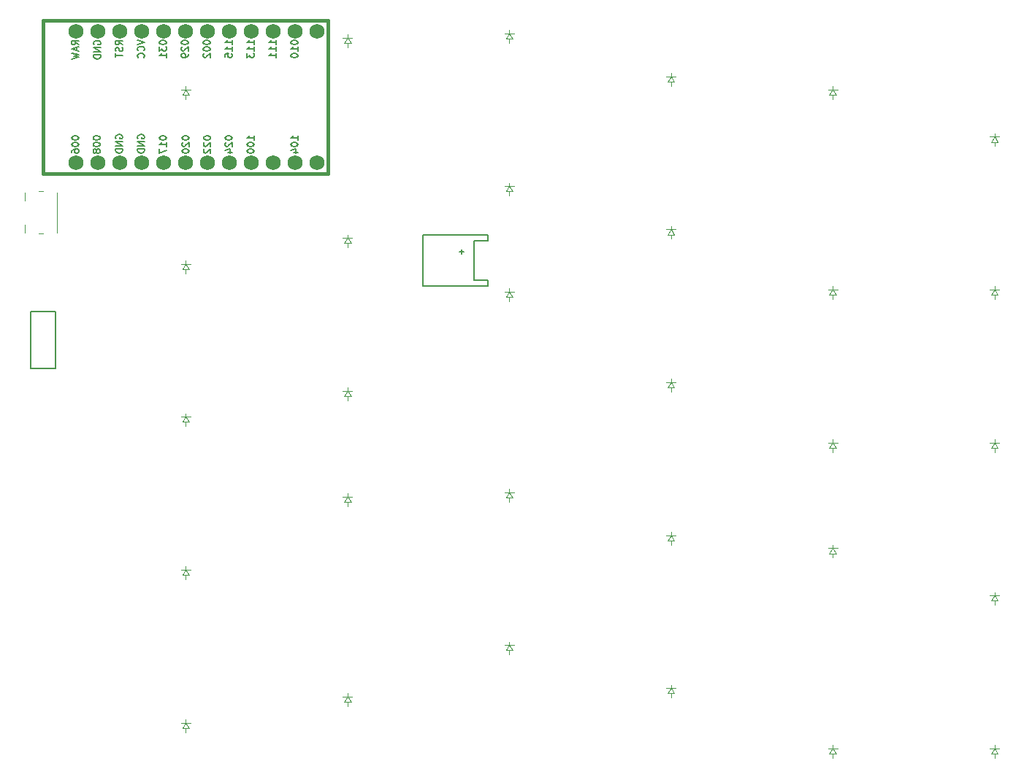
<source format=gbr>
%TF.GenerationSoftware,KiCad,Pcbnew,7.0.8*%
%TF.CreationDate,2024-07-17T12:43:32-03:00*%
%TF.ProjectId,right,72696768-742e-46b6-9963-61645f706362,v1.0.0*%
%TF.SameCoordinates,Original*%
%TF.FileFunction,Legend,Bot*%
%TF.FilePolarity,Positive*%
%FSLAX46Y46*%
G04 Gerber Fmt 4.6, Leading zero omitted, Abs format (unit mm)*
G04 Created by KiCad (PCBNEW 7.0.8) date 2024-07-17 12:43:32*
%MOMM*%
%LPD*%
G01*
G04 APERTURE LIST*
%ADD10C,0.150000*%
%ADD11C,0.100000*%
%ADD12C,0.120000*%
%ADD13C,0.381000*%
%ADD14C,1.752600*%
G04 APERTURE END LIST*
D10*
X266122295Y-82237190D02*
X266122295Y-82313380D01*
X266122295Y-82313380D02*
X266160390Y-82389571D01*
X266160390Y-82389571D02*
X266198485Y-82427666D01*
X266198485Y-82427666D02*
X266274676Y-82465761D01*
X266274676Y-82465761D02*
X266427057Y-82503856D01*
X266427057Y-82503856D02*
X266617533Y-82503856D01*
X266617533Y-82503856D02*
X266769914Y-82465761D01*
X266769914Y-82465761D02*
X266846104Y-82427666D01*
X266846104Y-82427666D02*
X266884200Y-82389571D01*
X266884200Y-82389571D02*
X266922295Y-82313380D01*
X266922295Y-82313380D02*
X266922295Y-82237190D01*
X266922295Y-82237190D02*
X266884200Y-82160999D01*
X266884200Y-82160999D02*
X266846104Y-82122904D01*
X266846104Y-82122904D02*
X266769914Y-82084809D01*
X266769914Y-82084809D02*
X266617533Y-82046713D01*
X266617533Y-82046713D02*
X266427057Y-82046713D01*
X266427057Y-82046713D02*
X266274676Y-82084809D01*
X266274676Y-82084809D02*
X266198485Y-82122904D01*
X266198485Y-82122904D02*
X266160390Y-82160999D01*
X266160390Y-82160999D02*
X266122295Y-82237190D01*
X266198485Y-82808618D02*
X266160390Y-82846714D01*
X266160390Y-82846714D02*
X266122295Y-82922904D01*
X266122295Y-82922904D02*
X266122295Y-83113380D01*
X266122295Y-83113380D02*
X266160390Y-83189571D01*
X266160390Y-83189571D02*
X266198485Y-83227666D01*
X266198485Y-83227666D02*
X266274676Y-83265761D01*
X266274676Y-83265761D02*
X266350866Y-83265761D01*
X266350866Y-83265761D02*
X266465152Y-83227666D01*
X266465152Y-83227666D02*
X266922295Y-82770523D01*
X266922295Y-82770523D02*
X266922295Y-83265761D01*
X266388961Y-83951476D02*
X266922295Y-83951476D01*
X266084200Y-83761000D02*
X266655628Y-83570523D01*
X266655628Y-83570523D02*
X266655628Y-84065762D01*
X256000390Y-82351476D02*
X255962295Y-82275286D01*
X255962295Y-82275286D02*
X255962295Y-82161000D01*
X255962295Y-82161000D02*
X256000390Y-82046714D01*
X256000390Y-82046714D02*
X256076580Y-81970524D01*
X256076580Y-81970524D02*
X256152771Y-81932429D01*
X256152771Y-81932429D02*
X256305152Y-81894333D01*
X256305152Y-81894333D02*
X256419438Y-81894333D01*
X256419438Y-81894333D02*
X256571819Y-81932429D01*
X256571819Y-81932429D02*
X256648009Y-81970524D01*
X256648009Y-81970524D02*
X256724200Y-82046714D01*
X256724200Y-82046714D02*
X256762295Y-82161000D01*
X256762295Y-82161000D02*
X256762295Y-82237191D01*
X256762295Y-82237191D02*
X256724200Y-82351476D01*
X256724200Y-82351476D02*
X256686104Y-82389572D01*
X256686104Y-82389572D02*
X256419438Y-82389572D01*
X256419438Y-82389572D02*
X256419438Y-82237191D01*
X256762295Y-82732429D02*
X255962295Y-82732429D01*
X255962295Y-82732429D02*
X256762295Y-83189572D01*
X256762295Y-83189572D02*
X255962295Y-83189572D01*
X256762295Y-83570524D02*
X255962295Y-83570524D01*
X255962295Y-83570524D02*
X255962295Y-83761000D01*
X255962295Y-83761000D02*
X256000390Y-83875286D01*
X256000390Y-83875286D02*
X256076580Y-83951476D01*
X256076580Y-83951476D02*
X256152771Y-83989571D01*
X256152771Y-83989571D02*
X256305152Y-84027667D01*
X256305152Y-84027667D02*
X256419438Y-84027667D01*
X256419438Y-84027667D02*
X256571819Y-83989571D01*
X256571819Y-83989571D02*
X256648009Y-83951476D01*
X256648009Y-83951476D02*
X256724200Y-83875286D01*
X256724200Y-83875286D02*
X256762295Y-83761000D01*
X256762295Y-83761000D02*
X256762295Y-83570524D01*
X250920390Y-71435809D02*
X250882295Y-71359619D01*
X250882295Y-71359619D02*
X250882295Y-71245333D01*
X250882295Y-71245333D02*
X250920390Y-71131047D01*
X250920390Y-71131047D02*
X250996580Y-71054857D01*
X250996580Y-71054857D02*
X251072771Y-71016762D01*
X251072771Y-71016762D02*
X251225152Y-70978666D01*
X251225152Y-70978666D02*
X251339438Y-70978666D01*
X251339438Y-70978666D02*
X251491819Y-71016762D01*
X251491819Y-71016762D02*
X251568009Y-71054857D01*
X251568009Y-71054857D02*
X251644200Y-71131047D01*
X251644200Y-71131047D02*
X251682295Y-71245333D01*
X251682295Y-71245333D02*
X251682295Y-71321524D01*
X251682295Y-71321524D02*
X251644200Y-71435809D01*
X251644200Y-71435809D02*
X251606104Y-71473905D01*
X251606104Y-71473905D02*
X251339438Y-71473905D01*
X251339438Y-71473905D02*
X251339438Y-71321524D01*
X251682295Y-71816762D02*
X250882295Y-71816762D01*
X250882295Y-71816762D02*
X251682295Y-72273905D01*
X251682295Y-72273905D02*
X250882295Y-72273905D01*
X251682295Y-72654857D02*
X250882295Y-72654857D01*
X250882295Y-72654857D02*
X250882295Y-72845333D01*
X250882295Y-72845333D02*
X250920390Y-72959619D01*
X250920390Y-72959619D02*
X250996580Y-73035809D01*
X250996580Y-73035809D02*
X251072771Y-73073904D01*
X251072771Y-73073904D02*
X251225152Y-73112000D01*
X251225152Y-73112000D02*
X251339438Y-73112000D01*
X251339438Y-73112000D02*
X251491819Y-73073904D01*
X251491819Y-73073904D02*
X251568009Y-73035809D01*
X251568009Y-73035809D02*
X251644200Y-72959619D01*
X251644200Y-72959619D02*
X251682295Y-72845333D01*
X251682295Y-72845333D02*
X251682295Y-72654857D01*
X253460390Y-82351476D02*
X253422295Y-82275286D01*
X253422295Y-82275286D02*
X253422295Y-82161000D01*
X253422295Y-82161000D02*
X253460390Y-82046714D01*
X253460390Y-82046714D02*
X253536580Y-81970524D01*
X253536580Y-81970524D02*
X253612771Y-81932429D01*
X253612771Y-81932429D02*
X253765152Y-81894333D01*
X253765152Y-81894333D02*
X253879438Y-81894333D01*
X253879438Y-81894333D02*
X254031819Y-81932429D01*
X254031819Y-81932429D02*
X254108009Y-81970524D01*
X254108009Y-81970524D02*
X254184200Y-82046714D01*
X254184200Y-82046714D02*
X254222295Y-82161000D01*
X254222295Y-82161000D02*
X254222295Y-82237191D01*
X254222295Y-82237191D02*
X254184200Y-82351476D01*
X254184200Y-82351476D02*
X254146104Y-82389572D01*
X254146104Y-82389572D02*
X253879438Y-82389572D01*
X253879438Y-82389572D02*
X253879438Y-82237191D01*
X254222295Y-82732429D02*
X253422295Y-82732429D01*
X253422295Y-82732429D02*
X254222295Y-83189572D01*
X254222295Y-83189572D02*
X253422295Y-83189572D01*
X254222295Y-83570524D02*
X253422295Y-83570524D01*
X253422295Y-83570524D02*
X253422295Y-83761000D01*
X253422295Y-83761000D02*
X253460390Y-83875286D01*
X253460390Y-83875286D02*
X253536580Y-83951476D01*
X253536580Y-83951476D02*
X253612771Y-83989571D01*
X253612771Y-83989571D02*
X253765152Y-84027667D01*
X253765152Y-84027667D02*
X253879438Y-84027667D01*
X253879438Y-84027667D02*
X254031819Y-83989571D01*
X254031819Y-83989571D02*
X254108009Y-83951476D01*
X254108009Y-83951476D02*
X254184200Y-83875286D01*
X254184200Y-83875286D02*
X254222295Y-83761000D01*
X254222295Y-83761000D02*
X254222295Y-83570524D01*
X263612295Y-82237190D02*
X263612295Y-82313380D01*
X263612295Y-82313380D02*
X263650390Y-82389571D01*
X263650390Y-82389571D02*
X263688485Y-82427666D01*
X263688485Y-82427666D02*
X263764676Y-82465761D01*
X263764676Y-82465761D02*
X263917057Y-82503856D01*
X263917057Y-82503856D02*
X264107533Y-82503856D01*
X264107533Y-82503856D02*
X264259914Y-82465761D01*
X264259914Y-82465761D02*
X264336104Y-82427666D01*
X264336104Y-82427666D02*
X264374200Y-82389571D01*
X264374200Y-82389571D02*
X264412295Y-82313380D01*
X264412295Y-82313380D02*
X264412295Y-82237190D01*
X264412295Y-82237190D02*
X264374200Y-82160999D01*
X264374200Y-82160999D02*
X264336104Y-82122904D01*
X264336104Y-82122904D02*
X264259914Y-82084809D01*
X264259914Y-82084809D02*
X264107533Y-82046713D01*
X264107533Y-82046713D02*
X263917057Y-82046713D01*
X263917057Y-82046713D02*
X263764676Y-82084809D01*
X263764676Y-82084809D02*
X263688485Y-82122904D01*
X263688485Y-82122904D02*
X263650390Y-82160999D01*
X263650390Y-82160999D02*
X263612295Y-82237190D01*
X263688485Y-82808618D02*
X263650390Y-82846714D01*
X263650390Y-82846714D02*
X263612295Y-82922904D01*
X263612295Y-82922904D02*
X263612295Y-83113380D01*
X263612295Y-83113380D02*
X263650390Y-83189571D01*
X263650390Y-83189571D02*
X263688485Y-83227666D01*
X263688485Y-83227666D02*
X263764676Y-83265761D01*
X263764676Y-83265761D02*
X263840866Y-83265761D01*
X263840866Y-83265761D02*
X263955152Y-83227666D01*
X263955152Y-83227666D02*
X264412295Y-82770523D01*
X264412295Y-82770523D02*
X264412295Y-83265761D01*
X263688485Y-83570523D02*
X263650390Y-83608619D01*
X263650390Y-83608619D02*
X263612295Y-83684809D01*
X263612295Y-83684809D02*
X263612295Y-83875285D01*
X263612295Y-83875285D02*
X263650390Y-83951476D01*
X263650390Y-83951476D02*
X263688485Y-83989571D01*
X263688485Y-83989571D02*
X263764676Y-84027666D01*
X263764676Y-84027666D02*
X263840866Y-84027666D01*
X263840866Y-84027666D02*
X263955152Y-83989571D01*
X263955152Y-83989571D02*
X264412295Y-83532428D01*
X264412295Y-83532428D02*
X264412295Y-84027666D01*
X266922295Y-71429475D02*
X266922295Y-70972332D01*
X266922295Y-71200904D02*
X266122295Y-71200904D01*
X266122295Y-71200904D02*
X266236580Y-71124713D01*
X266236580Y-71124713D02*
X266312771Y-71048523D01*
X266312771Y-71048523D02*
X266350866Y-70972332D01*
X266922295Y-72191380D02*
X266922295Y-71734237D01*
X266922295Y-71962809D02*
X266122295Y-71962809D01*
X266122295Y-71962809D02*
X266236580Y-71886618D01*
X266236580Y-71886618D02*
X266312771Y-71810428D01*
X266312771Y-71810428D02*
X266350866Y-71734237D01*
X266122295Y-72915190D02*
X266122295Y-72534238D01*
X266122295Y-72534238D02*
X266503247Y-72496142D01*
X266503247Y-72496142D02*
X266465152Y-72534238D01*
X266465152Y-72534238D02*
X266427057Y-72610428D01*
X266427057Y-72610428D02*
X266427057Y-72800904D01*
X266427057Y-72800904D02*
X266465152Y-72877095D01*
X266465152Y-72877095D02*
X266503247Y-72915190D01*
X266503247Y-72915190D02*
X266579438Y-72953285D01*
X266579438Y-72953285D02*
X266769914Y-72953285D01*
X266769914Y-72953285D02*
X266846104Y-72915190D01*
X266846104Y-72915190D02*
X266884200Y-72877095D01*
X266884200Y-72877095D02*
X266922295Y-72800904D01*
X266922295Y-72800904D02*
X266922295Y-72610428D01*
X266922295Y-72610428D02*
X266884200Y-72534238D01*
X266884200Y-72534238D02*
X266846104Y-72496142D01*
X272002295Y-71429475D02*
X272002295Y-70972332D01*
X272002295Y-71200904D02*
X271202295Y-71200904D01*
X271202295Y-71200904D02*
X271316580Y-71124713D01*
X271316580Y-71124713D02*
X271392771Y-71048523D01*
X271392771Y-71048523D02*
X271430866Y-70972332D01*
X272002295Y-72191380D02*
X272002295Y-71734237D01*
X272002295Y-71962809D02*
X271202295Y-71962809D01*
X271202295Y-71962809D02*
X271316580Y-71886618D01*
X271316580Y-71886618D02*
X271392771Y-71810428D01*
X271392771Y-71810428D02*
X271430866Y-71734237D01*
X272002295Y-72953285D02*
X272002295Y-72496142D01*
X272002295Y-72724714D02*
X271202295Y-72724714D01*
X271202295Y-72724714D02*
X271316580Y-72648523D01*
X271316580Y-72648523D02*
X271392771Y-72572333D01*
X271392771Y-72572333D02*
X271430866Y-72496142D01*
X248342295Y-82237190D02*
X248342295Y-82313380D01*
X248342295Y-82313380D02*
X248380390Y-82389571D01*
X248380390Y-82389571D02*
X248418485Y-82427666D01*
X248418485Y-82427666D02*
X248494676Y-82465761D01*
X248494676Y-82465761D02*
X248647057Y-82503856D01*
X248647057Y-82503856D02*
X248837533Y-82503856D01*
X248837533Y-82503856D02*
X248989914Y-82465761D01*
X248989914Y-82465761D02*
X249066104Y-82427666D01*
X249066104Y-82427666D02*
X249104200Y-82389571D01*
X249104200Y-82389571D02*
X249142295Y-82313380D01*
X249142295Y-82313380D02*
X249142295Y-82237190D01*
X249142295Y-82237190D02*
X249104200Y-82160999D01*
X249104200Y-82160999D02*
X249066104Y-82122904D01*
X249066104Y-82122904D02*
X248989914Y-82084809D01*
X248989914Y-82084809D02*
X248837533Y-82046713D01*
X248837533Y-82046713D02*
X248647057Y-82046713D01*
X248647057Y-82046713D02*
X248494676Y-82084809D01*
X248494676Y-82084809D02*
X248418485Y-82122904D01*
X248418485Y-82122904D02*
X248380390Y-82160999D01*
X248380390Y-82160999D02*
X248342295Y-82237190D01*
X248342295Y-82999095D02*
X248342295Y-83075285D01*
X248342295Y-83075285D02*
X248380390Y-83151476D01*
X248380390Y-83151476D02*
X248418485Y-83189571D01*
X248418485Y-83189571D02*
X248494676Y-83227666D01*
X248494676Y-83227666D02*
X248647057Y-83265761D01*
X248647057Y-83265761D02*
X248837533Y-83265761D01*
X248837533Y-83265761D02*
X248989914Y-83227666D01*
X248989914Y-83227666D02*
X249066104Y-83189571D01*
X249066104Y-83189571D02*
X249104200Y-83151476D01*
X249104200Y-83151476D02*
X249142295Y-83075285D01*
X249142295Y-83075285D02*
X249142295Y-82999095D01*
X249142295Y-82999095D02*
X249104200Y-82922904D01*
X249104200Y-82922904D02*
X249066104Y-82884809D01*
X249066104Y-82884809D02*
X248989914Y-82846714D01*
X248989914Y-82846714D02*
X248837533Y-82808618D01*
X248837533Y-82808618D02*
X248647057Y-82808618D01*
X248647057Y-82808618D02*
X248494676Y-82846714D01*
X248494676Y-82846714D02*
X248418485Y-82884809D01*
X248418485Y-82884809D02*
X248380390Y-82922904D01*
X248380390Y-82922904D02*
X248342295Y-82999095D01*
X248342295Y-83951476D02*
X248342295Y-83799095D01*
X248342295Y-83799095D02*
X248380390Y-83722904D01*
X248380390Y-83722904D02*
X248418485Y-83684809D01*
X248418485Y-83684809D02*
X248532771Y-83608619D01*
X248532771Y-83608619D02*
X248685152Y-83570523D01*
X248685152Y-83570523D02*
X248989914Y-83570523D01*
X248989914Y-83570523D02*
X249066104Y-83608619D01*
X249066104Y-83608619D02*
X249104200Y-83646714D01*
X249104200Y-83646714D02*
X249142295Y-83722904D01*
X249142295Y-83722904D02*
X249142295Y-83875285D01*
X249142295Y-83875285D02*
X249104200Y-83951476D01*
X249104200Y-83951476D02*
X249066104Y-83989571D01*
X249066104Y-83989571D02*
X248989914Y-84027666D01*
X248989914Y-84027666D02*
X248799438Y-84027666D01*
X248799438Y-84027666D02*
X248723247Y-83989571D01*
X248723247Y-83989571D02*
X248685152Y-83951476D01*
X248685152Y-83951476D02*
X248647057Y-83875285D01*
X248647057Y-83875285D02*
X248647057Y-83722904D01*
X248647057Y-83722904D02*
X248685152Y-83646714D01*
X248685152Y-83646714D02*
X248723247Y-83608619D01*
X248723247Y-83608619D02*
X248799438Y-83570523D01*
X263582295Y-71162809D02*
X263582295Y-71238999D01*
X263582295Y-71238999D02*
X263620390Y-71315190D01*
X263620390Y-71315190D02*
X263658485Y-71353285D01*
X263658485Y-71353285D02*
X263734676Y-71391380D01*
X263734676Y-71391380D02*
X263887057Y-71429475D01*
X263887057Y-71429475D02*
X264077533Y-71429475D01*
X264077533Y-71429475D02*
X264229914Y-71391380D01*
X264229914Y-71391380D02*
X264306104Y-71353285D01*
X264306104Y-71353285D02*
X264344200Y-71315190D01*
X264344200Y-71315190D02*
X264382295Y-71238999D01*
X264382295Y-71238999D02*
X264382295Y-71162809D01*
X264382295Y-71162809D02*
X264344200Y-71086618D01*
X264344200Y-71086618D02*
X264306104Y-71048523D01*
X264306104Y-71048523D02*
X264229914Y-71010428D01*
X264229914Y-71010428D02*
X264077533Y-70972332D01*
X264077533Y-70972332D02*
X263887057Y-70972332D01*
X263887057Y-70972332D02*
X263734676Y-71010428D01*
X263734676Y-71010428D02*
X263658485Y-71048523D01*
X263658485Y-71048523D02*
X263620390Y-71086618D01*
X263620390Y-71086618D02*
X263582295Y-71162809D01*
X263582295Y-71924714D02*
X263582295Y-72000904D01*
X263582295Y-72000904D02*
X263620390Y-72077095D01*
X263620390Y-72077095D02*
X263658485Y-72115190D01*
X263658485Y-72115190D02*
X263734676Y-72153285D01*
X263734676Y-72153285D02*
X263887057Y-72191380D01*
X263887057Y-72191380D02*
X264077533Y-72191380D01*
X264077533Y-72191380D02*
X264229914Y-72153285D01*
X264229914Y-72153285D02*
X264306104Y-72115190D01*
X264306104Y-72115190D02*
X264344200Y-72077095D01*
X264344200Y-72077095D02*
X264382295Y-72000904D01*
X264382295Y-72000904D02*
X264382295Y-71924714D01*
X264382295Y-71924714D02*
X264344200Y-71848523D01*
X264344200Y-71848523D02*
X264306104Y-71810428D01*
X264306104Y-71810428D02*
X264229914Y-71772333D01*
X264229914Y-71772333D02*
X264077533Y-71734237D01*
X264077533Y-71734237D02*
X263887057Y-71734237D01*
X263887057Y-71734237D02*
X263734676Y-71772333D01*
X263734676Y-71772333D02*
X263658485Y-71810428D01*
X263658485Y-71810428D02*
X263620390Y-71848523D01*
X263620390Y-71848523D02*
X263582295Y-71924714D01*
X263658485Y-72496142D02*
X263620390Y-72534238D01*
X263620390Y-72534238D02*
X263582295Y-72610428D01*
X263582295Y-72610428D02*
X263582295Y-72800904D01*
X263582295Y-72800904D02*
X263620390Y-72877095D01*
X263620390Y-72877095D02*
X263658485Y-72915190D01*
X263658485Y-72915190D02*
X263734676Y-72953285D01*
X263734676Y-72953285D02*
X263810866Y-72953285D01*
X263810866Y-72953285D02*
X263925152Y-72915190D01*
X263925152Y-72915190D02*
X264382295Y-72458047D01*
X264382295Y-72458047D02*
X264382295Y-72953285D01*
X261112295Y-82237190D02*
X261112295Y-82313380D01*
X261112295Y-82313380D02*
X261150390Y-82389571D01*
X261150390Y-82389571D02*
X261188485Y-82427666D01*
X261188485Y-82427666D02*
X261264676Y-82465761D01*
X261264676Y-82465761D02*
X261417057Y-82503856D01*
X261417057Y-82503856D02*
X261607533Y-82503856D01*
X261607533Y-82503856D02*
X261759914Y-82465761D01*
X261759914Y-82465761D02*
X261836104Y-82427666D01*
X261836104Y-82427666D02*
X261874200Y-82389571D01*
X261874200Y-82389571D02*
X261912295Y-82313380D01*
X261912295Y-82313380D02*
X261912295Y-82237190D01*
X261912295Y-82237190D02*
X261874200Y-82160999D01*
X261874200Y-82160999D02*
X261836104Y-82122904D01*
X261836104Y-82122904D02*
X261759914Y-82084809D01*
X261759914Y-82084809D02*
X261607533Y-82046713D01*
X261607533Y-82046713D02*
X261417057Y-82046713D01*
X261417057Y-82046713D02*
X261264676Y-82084809D01*
X261264676Y-82084809D02*
X261188485Y-82122904D01*
X261188485Y-82122904D02*
X261150390Y-82160999D01*
X261150390Y-82160999D02*
X261112295Y-82237190D01*
X261188485Y-82808618D02*
X261150390Y-82846714D01*
X261150390Y-82846714D02*
X261112295Y-82922904D01*
X261112295Y-82922904D02*
X261112295Y-83113380D01*
X261112295Y-83113380D02*
X261150390Y-83189571D01*
X261150390Y-83189571D02*
X261188485Y-83227666D01*
X261188485Y-83227666D02*
X261264676Y-83265761D01*
X261264676Y-83265761D02*
X261340866Y-83265761D01*
X261340866Y-83265761D02*
X261455152Y-83227666D01*
X261455152Y-83227666D02*
X261912295Y-82770523D01*
X261912295Y-82770523D02*
X261912295Y-83265761D01*
X261112295Y-83761000D02*
X261112295Y-83837190D01*
X261112295Y-83837190D02*
X261150390Y-83913381D01*
X261150390Y-83913381D02*
X261188485Y-83951476D01*
X261188485Y-83951476D02*
X261264676Y-83989571D01*
X261264676Y-83989571D02*
X261417057Y-84027666D01*
X261417057Y-84027666D02*
X261607533Y-84027666D01*
X261607533Y-84027666D02*
X261759914Y-83989571D01*
X261759914Y-83989571D02*
X261836104Y-83951476D01*
X261836104Y-83951476D02*
X261874200Y-83913381D01*
X261874200Y-83913381D02*
X261912295Y-83837190D01*
X261912295Y-83837190D02*
X261912295Y-83761000D01*
X261912295Y-83761000D02*
X261874200Y-83684809D01*
X261874200Y-83684809D02*
X261836104Y-83646714D01*
X261836104Y-83646714D02*
X261759914Y-83608619D01*
X261759914Y-83608619D02*
X261607533Y-83570523D01*
X261607533Y-83570523D02*
X261417057Y-83570523D01*
X261417057Y-83570523D02*
X261264676Y-83608619D01*
X261264676Y-83608619D02*
X261188485Y-83646714D01*
X261188485Y-83646714D02*
X261150390Y-83684809D01*
X261150390Y-83684809D02*
X261112295Y-83761000D01*
X273742295Y-71162809D02*
X273742295Y-71238999D01*
X273742295Y-71238999D02*
X273780390Y-71315190D01*
X273780390Y-71315190D02*
X273818485Y-71353285D01*
X273818485Y-71353285D02*
X273894676Y-71391380D01*
X273894676Y-71391380D02*
X274047057Y-71429475D01*
X274047057Y-71429475D02*
X274237533Y-71429475D01*
X274237533Y-71429475D02*
X274389914Y-71391380D01*
X274389914Y-71391380D02*
X274466104Y-71353285D01*
X274466104Y-71353285D02*
X274504200Y-71315190D01*
X274504200Y-71315190D02*
X274542295Y-71238999D01*
X274542295Y-71238999D02*
X274542295Y-71162809D01*
X274542295Y-71162809D02*
X274504200Y-71086618D01*
X274504200Y-71086618D02*
X274466104Y-71048523D01*
X274466104Y-71048523D02*
X274389914Y-71010428D01*
X274389914Y-71010428D02*
X274237533Y-70972332D01*
X274237533Y-70972332D02*
X274047057Y-70972332D01*
X274047057Y-70972332D02*
X273894676Y-71010428D01*
X273894676Y-71010428D02*
X273818485Y-71048523D01*
X273818485Y-71048523D02*
X273780390Y-71086618D01*
X273780390Y-71086618D02*
X273742295Y-71162809D01*
X274542295Y-72191380D02*
X274542295Y-71734237D01*
X274542295Y-71962809D02*
X273742295Y-71962809D01*
X273742295Y-71962809D02*
X273856580Y-71886618D01*
X273856580Y-71886618D02*
X273932771Y-71810428D01*
X273932771Y-71810428D02*
X273970866Y-71734237D01*
X273742295Y-72686619D02*
X273742295Y-72762809D01*
X273742295Y-72762809D02*
X273780390Y-72839000D01*
X273780390Y-72839000D02*
X273818485Y-72877095D01*
X273818485Y-72877095D02*
X273894676Y-72915190D01*
X273894676Y-72915190D02*
X274047057Y-72953285D01*
X274047057Y-72953285D02*
X274237533Y-72953285D01*
X274237533Y-72953285D02*
X274389914Y-72915190D01*
X274389914Y-72915190D02*
X274466104Y-72877095D01*
X274466104Y-72877095D02*
X274504200Y-72839000D01*
X274504200Y-72839000D02*
X274542295Y-72762809D01*
X274542295Y-72762809D02*
X274542295Y-72686619D01*
X274542295Y-72686619D02*
X274504200Y-72610428D01*
X274504200Y-72610428D02*
X274466104Y-72572333D01*
X274466104Y-72572333D02*
X274389914Y-72534238D01*
X274389914Y-72534238D02*
X274237533Y-72496142D01*
X274237533Y-72496142D02*
X274047057Y-72496142D01*
X274047057Y-72496142D02*
X273894676Y-72534238D01*
X273894676Y-72534238D02*
X273818485Y-72572333D01*
X273818485Y-72572333D02*
X273780390Y-72610428D01*
X273780390Y-72610428D02*
X273742295Y-72686619D01*
X274542295Y-82503856D02*
X274542295Y-82046713D01*
X274542295Y-82275285D02*
X273742295Y-82275285D01*
X273742295Y-82275285D02*
X273856580Y-82199094D01*
X273856580Y-82199094D02*
X273932771Y-82122904D01*
X273932771Y-82122904D02*
X273970866Y-82046713D01*
X273742295Y-82999095D02*
X273742295Y-83075285D01*
X273742295Y-83075285D02*
X273780390Y-83151476D01*
X273780390Y-83151476D02*
X273818485Y-83189571D01*
X273818485Y-83189571D02*
X273894676Y-83227666D01*
X273894676Y-83227666D02*
X274047057Y-83265761D01*
X274047057Y-83265761D02*
X274237533Y-83265761D01*
X274237533Y-83265761D02*
X274389914Y-83227666D01*
X274389914Y-83227666D02*
X274466104Y-83189571D01*
X274466104Y-83189571D02*
X274504200Y-83151476D01*
X274504200Y-83151476D02*
X274542295Y-83075285D01*
X274542295Y-83075285D02*
X274542295Y-82999095D01*
X274542295Y-82999095D02*
X274504200Y-82922904D01*
X274504200Y-82922904D02*
X274466104Y-82884809D01*
X274466104Y-82884809D02*
X274389914Y-82846714D01*
X274389914Y-82846714D02*
X274237533Y-82808618D01*
X274237533Y-82808618D02*
X274047057Y-82808618D01*
X274047057Y-82808618D02*
X273894676Y-82846714D01*
X273894676Y-82846714D02*
X273818485Y-82884809D01*
X273818485Y-82884809D02*
X273780390Y-82922904D01*
X273780390Y-82922904D02*
X273742295Y-82999095D01*
X274008961Y-83951476D02*
X274542295Y-83951476D01*
X273704200Y-83761000D02*
X274275628Y-83570523D01*
X274275628Y-83570523D02*
X274275628Y-84065762D01*
X269462295Y-71429475D02*
X269462295Y-70972332D01*
X269462295Y-71200904D02*
X268662295Y-71200904D01*
X268662295Y-71200904D02*
X268776580Y-71124713D01*
X268776580Y-71124713D02*
X268852771Y-71048523D01*
X268852771Y-71048523D02*
X268890866Y-70972332D01*
X269462295Y-72191380D02*
X269462295Y-71734237D01*
X269462295Y-71962809D02*
X268662295Y-71962809D01*
X268662295Y-71962809D02*
X268776580Y-71886618D01*
X268776580Y-71886618D02*
X268852771Y-71810428D01*
X268852771Y-71810428D02*
X268890866Y-71734237D01*
X268662295Y-72458047D02*
X268662295Y-72953285D01*
X268662295Y-72953285D02*
X268967057Y-72686619D01*
X268967057Y-72686619D02*
X268967057Y-72800904D01*
X268967057Y-72800904D02*
X269005152Y-72877095D01*
X269005152Y-72877095D02*
X269043247Y-72915190D01*
X269043247Y-72915190D02*
X269119438Y-72953285D01*
X269119438Y-72953285D02*
X269309914Y-72953285D01*
X269309914Y-72953285D02*
X269386104Y-72915190D01*
X269386104Y-72915190D02*
X269424200Y-72877095D01*
X269424200Y-72877095D02*
X269462295Y-72800904D01*
X269462295Y-72800904D02*
X269462295Y-72572333D01*
X269462295Y-72572333D02*
X269424200Y-72496142D01*
X269424200Y-72496142D02*
X269386104Y-72458047D01*
X258512295Y-82237190D02*
X258512295Y-82313380D01*
X258512295Y-82313380D02*
X258550390Y-82389571D01*
X258550390Y-82389571D02*
X258588485Y-82427666D01*
X258588485Y-82427666D02*
X258664676Y-82465761D01*
X258664676Y-82465761D02*
X258817057Y-82503856D01*
X258817057Y-82503856D02*
X259007533Y-82503856D01*
X259007533Y-82503856D02*
X259159914Y-82465761D01*
X259159914Y-82465761D02*
X259236104Y-82427666D01*
X259236104Y-82427666D02*
X259274200Y-82389571D01*
X259274200Y-82389571D02*
X259312295Y-82313380D01*
X259312295Y-82313380D02*
X259312295Y-82237190D01*
X259312295Y-82237190D02*
X259274200Y-82160999D01*
X259274200Y-82160999D02*
X259236104Y-82122904D01*
X259236104Y-82122904D02*
X259159914Y-82084809D01*
X259159914Y-82084809D02*
X259007533Y-82046713D01*
X259007533Y-82046713D02*
X258817057Y-82046713D01*
X258817057Y-82046713D02*
X258664676Y-82084809D01*
X258664676Y-82084809D02*
X258588485Y-82122904D01*
X258588485Y-82122904D02*
X258550390Y-82160999D01*
X258550390Y-82160999D02*
X258512295Y-82237190D01*
X259312295Y-83265761D02*
X259312295Y-82808618D01*
X259312295Y-83037190D02*
X258512295Y-83037190D01*
X258512295Y-83037190D02*
X258626580Y-82960999D01*
X258626580Y-82960999D02*
X258702771Y-82884809D01*
X258702771Y-82884809D02*
X258740866Y-82808618D01*
X258512295Y-83532428D02*
X258512295Y-84065762D01*
X258512295Y-84065762D02*
X259312295Y-83722904D01*
X261042295Y-71162809D02*
X261042295Y-71238999D01*
X261042295Y-71238999D02*
X261080390Y-71315190D01*
X261080390Y-71315190D02*
X261118485Y-71353285D01*
X261118485Y-71353285D02*
X261194676Y-71391380D01*
X261194676Y-71391380D02*
X261347057Y-71429475D01*
X261347057Y-71429475D02*
X261537533Y-71429475D01*
X261537533Y-71429475D02*
X261689914Y-71391380D01*
X261689914Y-71391380D02*
X261766104Y-71353285D01*
X261766104Y-71353285D02*
X261804200Y-71315190D01*
X261804200Y-71315190D02*
X261842295Y-71238999D01*
X261842295Y-71238999D02*
X261842295Y-71162809D01*
X261842295Y-71162809D02*
X261804200Y-71086618D01*
X261804200Y-71086618D02*
X261766104Y-71048523D01*
X261766104Y-71048523D02*
X261689914Y-71010428D01*
X261689914Y-71010428D02*
X261537533Y-70972332D01*
X261537533Y-70972332D02*
X261347057Y-70972332D01*
X261347057Y-70972332D02*
X261194676Y-71010428D01*
X261194676Y-71010428D02*
X261118485Y-71048523D01*
X261118485Y-71048523D02*
X261080390Y-71086618D01*
X261080390Y-71086618D02*
X261042295Y-71162809D01*
X261118485Y-71734237D02*
X261080390Y-71772333D01*
X261080390Y-71772333D02*
X261042295Y-71848523D01*
X261042295Y-71848523D02*
X261042295Y-72038999D01*
X261042295Y-72038999D02*
X261080390Y-72115190D01*
X261080390Y-72115190D02*
X261118485Y-72153285D01*
X261118485Y-72153285D02*
X261194676Y-72191380D01*
X261194676Y-72191380D02*
X261270866Y-72191380D01*
X261270866Y-72191380D02*
X261385152Y-72153285D01*
X261385152Y-72153285D02*
X261842295Y-71696142D01*
X261842295Y-71696142D02*
X261842295Y-72191380D01*
X261842295Y-72572333D02*
X261842295Y-72724714D01*
X261842295Y-72724714D02*
X261804200Y-72800904D01*
X261804200Y-72800904D02*
X261766104Y-72839000D01*
X261766104Y-72839000D02*
X261651819Y-72915190D01*
X261651819Y-72915190D02*
X261499438Y-72953285D01*
X261499438Y-72953285D02*
X261194676Y-72953285D01*
X261194676Y-72953285D02*
X261118485Y-72915190D01*
X261118485Y-72915190D02*
X261080390Y-72877095D01*
X261080390Y-72877095D02*
X261042295Y-72800904D01*
X261042295Y-72800904D02*
X261042295Y-72648523D01*
X261042295Y-72648523D02*
X261080390Y-72572333D01*
X261080390Y-72572333D02*
X261118485Y-72534238D01*
X261118485Y-72534238D02*
X261194676Y-72496142D01*
X261194676Y-72496142D02*
X261385152Y-72496142D01*
X261385152Y-72496142D02*
X261461342Y-72534238D01*
X261461342Y-72534238D02*
X261499438Y-72572333D01*
X261499438Y-72572333D02*
X261537533Y-72648523D01*
X261537533Y-72648523D02*
X261537533Y-72800904D01*
X261537533Y-72800904D02*
X261499438Y-72877095D01*
X261499438Y-72877095D02*
X261461342Y-72915190D01*
X261461342Y-72915190D02*
X261385152Y-72953285D01*
X250812295Y-82237190D02*
X250812295Y-82313380D01*
X250812295Y-82313380D02*
X250850390Y-82389571D01*
X250850390Y-82389571D02*
X250888485Y-82427666D01*
X250888485Y-82427666D02*
X250964676Y-82465761D01*
X250964676Y-82465761D02*
X251117057Y-82503856D01*
X251117057Y-82503856D02*
X251307533Y-82503856D01*
X251307533Y-82503856D02*
X251459914Y-82465761D01*
X251459914Y-82465761D02*
X251536104Y-82427666D01*
X251536104Y-82427666D02*
X251574200Y-82389571D01*
X251574200Y-82389571D02*
X251612295Y-82313380D01*
X251612295Y-82313380D02*
X251612295Y-82237190D01*
X251612295Y-82237190D02*
X251574200Y-82160999D01*
X251574200Y-82160999D02*
X251536104Y-82122904D01*
X251536104Y-82122904D02*
X251459914Y-82084809D01*
X251459914Y-82084809D02*
X251307533Y-82046713D01*
X251307533Y-82046713D02*
X251117057Y-82046713D01*
X251117057Y-82046713D02*
X250964676Y-82084809D01*
X250964676Y-82084809D02*
X250888485Y-82122904D01*
X250888485Y-82122904D02*
X250850390Y-82160999D01*
X250850390Y-82160999D02*
X250812295Y-82237190D01*
X250812295Y-82999095D02*
X250812295Y-83075285D01*
X250812295Y-83075285D02*
X250850390Y-83151476D01*
X250850390Y-83151476D02*
X250888485Y-83189571D01*
X250888485Y-83189571D02*
X250964676Y-83227666D01*
X250964676Y-83227666D02*
X251117057Y-83265761D01*
X251117057Y-83265761D02*
X251307533Y-83265761D01*
X251307533Y-83265761D02*
X251459914Y-83227666D01*
X251459914Y-83227666D02*
X251536104Y-83189571D01*
X251536104Y-83189571D02*
X251574200Y-83151476D01*
X251574200Y-83151476D02*
X251612295Y-83075285D01*
X251612295Y-83075285D02*
X251612295Y-82999095D01*
X251612295Y-82999095D02*
X251574200Y-82922904D01*
X251574200Y-82922904D02*
X251536104Y-82884809D01*
X251536104Y-82884809D02*
X251459914Y-82846714D01*
X251459914Y-82846714D02*
X251307533Y-82808618D01*
X251307533Y-82808618D02*
X251117057Y-82808618D01*
X251117057Y-82808618D02*
X250964676Y-82846714D01*
X250964676Y-82846714D02*
X250888485Y-82884809D01*
X250888485Y-82884809D02*
X250850390Y-82922904D01*
X250850390Y-82922904D02*
X250812295Y-82999095D01*
X251155152Y-83722904D02*
X251117057Y-83646714D01*
X251117057Y-83646714D02*
X251078961Y-83608619D01*
X251078961Y-83608619D02*
X251002771Y-83570523D01*
X251002771Y-83570523D02*
X250964676Y-83570523D01*
X250964676Y-83570523D02*
X250888485Y-83608619D01*
X250888485Y-83608619D02*
X250850390Y-83646714D01*
X250850390Y-83646714D02*
X250812295Y-83722904D01*
X250812295Y-83722904D02*
X250812295Y-83875285D01*
X250812295Y-83875285D02*
X250850390Y-83951476D01*
X250850390Y-83951476D02*
X250888485Y-83989571D01*
X250888485Y-83989571D02*
X250964676Y-84027666D01*
X250964676Y-84027666D02*
X251002771Y-84027666D01*
X251002771Y-84027666D02*
X251078961Y-83989571D01*
X251078961Y-83989571D02*
X251117057Y-83951476D01*
X251117057Y-83951476D02*
X251155152Y-83875285D01*
X251155152Y-83875285D02*
X251155152Y-83722904D01*
X251155152Y-83722904D02*
X251193247Y-83646714D01*
X251193247Y-83646714D02*
X251231342Y-83608619D01*
X251231342Y-83608619D02*
X251307533Y-83570523D01*
X251307533Y-83570523D02*
X251459914Y-83570523D01*
X251459914Y-83570523D02*
X251536104Y-83608619D01*
X251536104Y-83608619D02*
X251574200Y-83646714D01*
X251574200Y-83646714D02*
X251612295Y-83722904D01*
X251612295Y-83722904D02*
X251612295Y-83875285D01*
X251612295Y-83875285D02*
X251574200Y-83951476D01*
X251574200Y-83951476D02*
X251536104Y-83989571D01*
X251536104Y-83989571D02*
X251459914Y-84027666D01*
X251459914Y-84027666D02*
X251307533Y-84027666D01*
X251307533Y-84027666D02*
X251231342Y-83989571D01*
X251231342Y-83989571D02*
X251193247Y-83951476D01*
X251193247Y-83951476D02*
X251155152Y-83875285D01*
X254222295Y-71473905D02*
X253841342Y-71207238D01*
X254222295Y-71016762D02*
X253422295Y-71016762D01*
X253422295Y-71016762D02*
X253422295Y-71321524D01*
X253422295Y-71321524D02*
X253460390Y-71397714D01*
X253460390Y-71397714D02*
X253498485Y-71435809D01*
X253498485Y-71435809D02*
X253574676Y-71473905D01*
X253574676Y-71473905D02*
X253688961Y-71473905D01*
X253688961Y-71473905D02*
X253765152Y-71435809D01*
X253765152Y-71435809D02*
X253803247Y-71397714D01*
X253803247Y-71397714D02*
X253841342Y-71321524D01*
X253841342Y-71321524D02*
X253841342Y-71016762D01*
X254184200Y-71778666D02*
X254222295Y-71892952D01*
X254222295Y-71892952D02*
X254222295Y-72083428D01*
X254222295Y-72083428D02*
X254184200Y-72159619D01*
X254184200Y-72159619D02*
X254146104Y-72197714D01*
X254146104Y-72197714D02*
X254069914Y-72235809D01*
X254069914Y-72235809D02*
X253993723Y-72235809D01*
X253993723Y-72235809D02*
X253917533Y-72197714D01*
X253917533Y-72197714D02*
X253879438Y-72159619D01*
X253879438Y-72159619D02*
X253841342Y-72083428D01*
X253841342Y-72083428D02*
X253803247Y-71931047D01*
X253803247Y-71931047D02*
X253765152Y-71854857D01*
X253765152Y-71854857D02*
X253727057Y-71816762D01*
X253727057Y-71816762D02*
X253650866Y-71778666D01*
X253650866Y-71778666D02*
X253574676Y-71778666D01*
X253574676Y-71778666D02*
X253498485Y-71816762D01*
X253498485Y-71816762D02*
X253460390Y-71854857D01*
X253460390Y-71854857D02*
X253422295Y-71931047D01*
X253422295Y-71931047D02*
X253422295Y-72121524D01*
X253422295Y-72121524D02*
X253460390Y-72235809D01*
X253422295Y-72464381D02*
X253422295Y-72921524D01*
X254222295Y-72692952D02*
X253422295Y-72692952D01*
X255962295Y-70896142D02*
X256762295Y-71162809D01*
X256762295Y-71162809D02*
X255962295Y-71429475D01*
X256686104Y-72153285D02*
X256724200Y-72115189D01*
X256724200Y-72115189D02*
X256762295Y-72000904D01*
X256762295Y-72000904D02*
X256762295Y-71924713D01*
X256762295Y-71924713D02*
X256724200Y-71810427D01*
X256724200Y-71810427D02*
X256648009Y-71734237D01*
X256648009Y-71734237D02*
X256571819Y-71696142D01*
X256571819Y-71696142D02*
X256419438Y-71658046D01*
X256419438Y-71658046D02*
X256305152Y-71658046D01*
X256305152Y-71658046D02*
X256152771Y-71696142D01*
X256152771Y-71696142D02*
X256076580Y-71734237D01*
X256076580Y-71734237D02*
X256000390Y-71810427D01*
X256000390Y-71810427D02*
X255962295Y-71924713D01*
X255962295Y-71924713D02*
X255962295Y-72000904D01*
X255962295Y-72000904D02*
X256000390Y-72115189D01*
X256000390Y-72115189D02*
X256038485Y-72153285D01*
X256686104Y-72953285D02*
X256724200Y-72915189D01*
X256724200Y-72915189D02*
X256762295Y-72800904D01*
X256762295Y-72800904D02*
X256762295Y-72724713D01*
X256762295Y-72724713D02*
X256724200Y-72610427D01*
X256724200Y-72610427D02*
X256648009Y-72534237D01*
X256648009Y-72534237D02*
X256571819Y-72496142D01*
X256571819Y-72496142D02*
X256419438Y-72458046D01*
X256419438Y-72458046D02*
X256305152Y-72458046D01*
X256305152Y-72458046D02*
X256152771Y-72496142D01*
X256152771Y-72496142D02*
X256076580Y-72534237D01*
X256076580Y-72534237D02*
X256000390Y-72610427D01*
X256000390Y-72610427D02*
X255962295Y-72724713D01*
X255962295Y-72724713D02*
X255962295Y-72800904D01*
X255962295Y-72800904D02*
X256000390Y-72915189D01*
X256000390Y-72915189D02*
X256038485Y-72953285D01*
X249142295Y-71473904D02*
X248761342Y-71207237D01*
X249142295Y-71016761D02*
X248342295Y-71016761D01*
X248342295Y-71016761D02*
X248342295Y-71321523D01*
X248342295Y-71321523D02*
X248380390Y-71397713D01*
X248380390Y-71397713D02*
X248418485Y-71435808D01*
X248418485Y-71435808D02*
X248494676Y-71473904D01*
X248494676Y-71473904D02*
X248608961Y-71473904D01*
X248608961Y-71473904D02*
X248685152Y-71435808D01*
X248685152Y-71435808D02*
X248723247Y-71397713D01*
X248723247Y-71397713D02*
X248761342Y-71321523D01*
X248761342Y-71321523D02*
X248761342Y-71016761D01*
X248913723Y-71778665D02*
X248913723Y-72159618D01*
X249142295Y-71702475D02*
X248342295Y-71969142D01*
X248342295Y-71969142D02*
X249142295Y-72235808D01*
X248342295Y-72426284D02*
X249142295Y-72616760D01*
X249142295Y-72616760D02*
X248570866Y-72769141D01*
X248570866Y-72769141D02*
X249142295Y-72921522D01*
X249142295Y-72921522D02*
X248342295Y-73111999D01*
X269462295Y-82503856D02*
X269462295Y-82046713D01*
X269462295Y-82275285D02*
X268662295Y-82275285D01*
X268662295Y-82275285D02*
X268776580Y-82199094D01*
X268776580Y-82199094D02*
X268852771Y-82122904D01*
X268852771Y-82122904D02*
X268890866Y-82046713D01*
X268662295Y-82999095D02*
X268662295Y-83075285D01*
X268662295Y-83075285D02*
X268700390Y-83151476D01*
X268700390Y-83151476D02*
X268738485Y-83189571D01*
X268738485Y-83189571D02*
X268814676Y-83227666D01*
X268814676Y-83227666D02*
X268967057Y-83265761D01*
X268967057Y-83265761D02*
X269157533Y-83265761D01*
X269157533Y-83265761D02*
X269309914Y-83227666D01*
X269309914Y-83227666D02*
X269386104Y-83189571D01*
X269386104Y-83189571D02*
X269424200Y-83151476D01*
X269424200Y-83151476D02*
X269462295Y-83075285D01*
X269462295Y-83075285D02*
X269462295Y-82999095D01*
X269462295Y-82999095D02*
X269424200Y-82922904D01*
X269424200Y-82922904D02*
X269386104Y-82884809D01*
X269386104Y-82884809D02*
X269309914Y-82846714D01*
X269309914Y-82846714D02*
X269157533Y-82808618D01*
X269157533Y-82808618D02*
X268967057Y-82808618D01*
X268967057Y-82808618D02*
X268814676Y-82846714D01*
X268814676Y-82846714D02*
X268738485Y-82884809D01*
X268738485Y-82884809D02*
X268700390Y-82922904D01*
X268700390Y-82922904D02*
X268662295Y-82999095D01*
X268662295Y-83761000D02*
X268662295Y-83837190D01*
X268662295Y-83837190D02*
X268700390Y-83913381D01*
X268700390Y-83913381D02*
X268738485Y-83951476D01*
X268738485Y-83951476D02*
X268814676Y-83989571D01*
X268814676Y-83989571D02*
X268967057Y-84027666D01*
X268967057Y-84027666D02*
X269157533Y-84027666D01*
X269157533Y-84027666D02*
X269309914Y-83989571D01*
X269309914Y-83989571D02*
X269386104Y-83951476D01*
X269386104Y-83951476D02*
X269424200Y-83913381D01*
X269424200Y-83913381D02*
X269462295Y-83837190D01*
X269462295Y-83837190D02*
X269462295Y-83761000D01*
X269462295Y-83761000D02*
X269424200Y-83684809D01*
X269424200Y-83684809D02*
X269386104Y-83646714D01*
X269386104Y-83646714D02*
X269309914Y-83608619D01*
X269309914Y-83608619D02*
X269157533Y-83570523D01*
X269157533Y-83570523D02*
X268967057Y-83570523D01*
X268967057Y-83570523D02*
X268814676Y-83608619D01*
X268814676Y-83608619D02*
X268738485Y-83646714D01*
X268738485Y-83646714D02*
X268700390Y-83684809D01*
X268700390Y-83684809D02*
X268662295Y-83761000D01*
X258502295Y-71162809D02*
X258502295Y-71238999D01*
X258502295Y-71238999D02*
X258540390Y-71315190D01*
X258540390Y-71315190D02*
X258578485Y-71353285D01*
X258578485Y-71353285D02*
X258654676Y-71391380D01*
X258654676Y-71391380D02*
X258807057Y-71429475D01*
X258807057Y-71429475D02*
X258997533Y-71429475D01*
X258997533Y-71429475D02*
X259149914Y-71391380D01*
X259149914Y-71391380D02*
X259226104Y-71353285D01*
X259226104Y-71353285D02*
X259264200Y-71315190D01*
X259264200Y-71315190D02*
X259302295Y-71238999D01*
X259302295Y-71238999D02*
X259302295Y-71162809D01*
X259302295Y-71162809D02*
X259264200Y-71086618D01*
X259264200Y-71086618D02*
X259226104Y-71048523D01*
X259226104Y-71048523D02*
X259149914Y-71010428D01*
X259149914Y-71010428D02*
X258997533Y-70972332D01*
X258997533Y-70972332D02*
X258807057Y-70972332D01*
X258807057Y-70972332D02*
X258654676Y-71010428D01*
X258654676Y-71010428D02*
X258578485Y-71048523D01*
X258578485Y-71048523D02*
X258540390Y-71086618D01*
X258540390Y-71086618D02*
X258502295Y-71162809D01*
X258502295Y-71696142D02*
X258502295Y-72191380D01*
X258502295Y-72191380D02*
X258807057Y-71924714D01*
X258807057Y-71924714D02*
X258807057Y-72038999D01*
X258807057Y-72038999D02*
X258845152Y-72115190D01*
X258845152Y-72115190D02*
X258883247Y-72153285D01*
X258883247Y-72153285D02*
X258959438Y-72191380D01*
X258959438Y-72191380D02*
X259149914Y-72191380D01*
X259149914Y-72191380D02*
X259226104Y-72153285D01*
X259226104Y-72153285D02*
X259264200Y-72115190D01*
X259264200Y-72115190D02*
X259302295Y-72038999D01*
X259302295Y-72038999D02*
X259302295Y-71810428D01*
X259302295Y-71810428D02*
X259264200Y-71734237D01*
X259264200Y-71734237D02*
X259226104Y-71696142D01*
X259302295Y-72953285D02*
X259302295Y-72496142D01*
X259302295Y-72724714D02*
X258502295Y-72724714D01*
X258502295Y-72724714D02*
X258616580Y-72648523D01*
X258616580Y-72648523D02*
X258692771Y-72572333D01*
X258692771Y-72572333D02*
X258730866Y-72496142D01*
%TO.C,T1*%
X243600000Y-109050000D02*
X246450000Y-109050000D01*
X246450000Y-109050000D02*
X246450000Y-102450000D01*
X243600000Y-105750000D02*
X243600000Y-109050000D01*
X243600000Y-105750000D02*
X243600000Y-102450000D01*
X243600000Y-103800000D02*
X243600000Y-107700000D01*
X246450000Y-102450000D02*
X243600000Y-102450000D01*
D11*
%TO.C,D9*%
X317800000Y-145750000D02*
X317800000Y-146150000D01*
X317800000Y-146150000D02*
X318350000Y-146150000D01*
X317800000Y-146150000D02*
X317250000Y-146150000D01*
X317800000Y-146150000D02*
X318200000Y-146750000D01*
X318200000Y-146750000D02*
X317400000Y-146750000D01*
X317800000Y-146750000D02*
X317800000Y-147250000D01*
X317400000Y-146750000D02*
X317800000Y-146150000D01*
%TO.C,D4*%
X355300000Y-99500000D02*
X355300000Y-99900000D01*
X355300000Y-99900000D02*
X355850000Y-99900000D01*
X355300000Y-99900000D02*
X354750000Y-99900000D01*
X355300000Y-99900000D02*
X355700000Y-100500000D01*
X355700000Y-100500000D02*
X354900000Y-100500000D01*
X355300000Y-100500000D02*
X355300000Y-101000000D01*
X354900000Y-100500000D02*
X355300000Y-99900000D01*
%TO.C,D20*%
X280300000Y-93500000D02*
X280300000Y-93900000D01*
X280300000Y-93900000D02*
X280850000Y-93900000D01*
X280300000Y-93900000D02*
X279750000Y-93900000D01*
X280300000Y-93900000D02*
X280700000Y-94500000D01*
X280700000Y-94500000D02*
X279900000Y-94500000D01*
X280300000Y-94500000D02*
X280300000Y-95000000D01*
X279900000Y-94500000D02*
X280300000Y-93900000D01*
%TO.C,D5*%
X355300000Y-81750000D02*
X355300000Y-82150000D01*
X355300000Y-82150000D02*
X355850000Y-82150000D01*
X355300000Y-82150000D02*
X354750000Y-82150000D01*
X355300000Y-82150000D02*
X355700000Y-82750000D01*
X355700000Y-82750000D02*
X354900000Y-82750000D01*
X355300000Y-82750000D02*
X355300000Y-83250000D01*
X354900000Y-82750000D02*
X355300000Y-82150000D01*
%TO.C,D13*%
X317800000Y-74750000D02*
X317800000Y-75150000D01*
X317800000Y-75150000D02*
X318350000Y-75150000D01*
X317800000Y-75150000D02*
X317250000Y-75150000D01*
X317800000Y-75150000D02*
X318200000Y-75750000D01*
X318200000Y-75750000D02*
X317400000Y-75750000D01*
X317800000Y-75750000D02*
X317800000Y-76250000D01*
X317400000Y-75750000D02*
X317800000Y-75150000D01*
%TO.C,D15*%
X299050000Y-123000000D02*
X299050000Y-123400000D01*
X299050000Y-123400000D02*
X299600000Y-123400000D01*
X299050000Y-123400000D02*
X298500000Y-123400000D01*
X299050000Y-123400000D02*
X299450000Y-124000000D01*
X299450000Y-124000000D02*
X298650000Y-124000000D01*
X299050000Y-124000000D02*
X299050000Y-124500000D01*
X298650000Y-124000000D02*
X299050000Y-123400000D01*
%TO.C,D6*%
X336550000Y-152750000D02*
X336550000Y-153150000D01*
X336550000Y-153150000D02*
X337100000Y-153150000D01*
X336550000Y-153150000D02*
X336000000Y-153150000D01*
X336550000Y-153150000D02*
X336950000Y-153750000D01*
X336950000Y-153750000D02*
X336150000Y-153750000D01*
X336550000Y-153750000D02*
X336550000Y-154250000D01*
X336150000Y-153750000D02*
X336550000Y-153150000D01*
%TO.C,D16*%
X299050000Y-87500000D02*
X299050000Y-87900000D01*
X299050000Y-87900000D02*
X299600000Y-87900000D01*
X299050000Y-87900000D02*
X298500000Y-87900000D01*
X299050000Y-87900000D02*
X299450000Y-88500000D01*
X299450000Y-88500000D02*
X298650000Y-88500000D01*
X299050000Y-88500000D02*
X299050000Y-89000000D01*
X298650000Y-88500000D02*
X299050000Y-87900000D01*
%TO.C,D14*%
X299050000Y-140750000D02*
X299050000Y-141150000D01*
X299050000Y-141150000D02*
X299600000Y-141150000D01*
X299050000Y-141150000D02*
X298500000Y-141150000D01*
X299050000Y-141150000D02*
X299450000Y-141750000D01*
X299450000Y-141750000D02*
X298650000Y-141750000D01*
X299050000Y-141750000D02*
X299050000Y-142250000D01*
X298650000Y-141750000D02*
X299050000Y-141150000D01*
%TO.C,D25*%
X336550000Y-129500000D02*
X336550000Y-129900000D01*
X336550000Y-129900000D02*
X337100000Y-129900000D01*
X336550000Y-129900000D02*
X336000000Y-129900000D01*
X336550000Y-129900000D02*
X336950000Y-130500000D01*
X336950000Y-130500000D02*
X336150000Y-130500000D01*
X336550000Y-130500000D02*
X336550000Y-131000000D01*
X336150000Y-130500000D02*
X336550000Y-129900000D01*
%TO.C,D17*%
X299050000Y-69750000D02*
X299050000Y-70150000D01*
X299050000Y-70150000D02*
X299600000Y-70150000D01*
X299050000Y-70150000D02*
X298500000Y-70150000D01*
X299050000Y-70150000D02*
X299450000Y-70750000D01*
X299450000Y-70750000D02*
X298650000Y-70750000D01*
X299050000Y-70750000D02*
X299050000Y-71250000D01*
X298650000Y-70750000D02*
X299050000Y-70150000D01*
%TO.C,D1*%
X355300000Y-152750000D02*
X355300000Y-153150000D01*
X355300000Y-153150000D02*
X355850000Y-153150000D01*
X355300000Y-153150000D02*
X354750000Y-153150000D01*
X355300000Y-153150000D02*
X355700000Y-153750000D01*
X355700000Y-153750000D02*
X354900000Y-153750000D01*
X355300000Y-153750000D02*
X355300000Y-154250000D01*
X354900000Y-153750000D02*
X355300000Y-153150000D01*
%TO.C,D18*%
X280300000Y-146750000D02*
X280300000Y-147150000D01*
X280300000Y-147150000D02*
X280850000Y-147150000D01*
X280300000Y-147150000D02*
X279750000Y-147150000D01*
X280300000Y-147150000D02*
X280700000Y-147750000D01*
X280700000Y-147750000D02*
X279900000Y-147750000D01*
X280300000Y-147750000D02*
X280300000Y-148250000D01*
X279900000Y-147750000D02*
X280300000Y-147150000D01*
%TO.C,D3*%
X355300000Y-117250000D02*
X355300000Y-117650000D01*
X355300000Y-117650000D02*
X355850000Y-117650000D01*
X355300000Y-117650000D02*
X354750000Y-117650000D01*
X355300000Y-117650000D02*
X355700000Y-118250000D01*
X355700000Y-118250000D02*
X354900000Y-118250000D01*
X355300000Y-118250000D02*
X355300000Y-118750000D01*
X354900000Y-118250000D02*
X355300000Y-117650000D01*
%TO.C,D23*%
X261550000Y-114250000D02*
X261550000Y-114650000D01*
X261550000Y-114650000D02*
X262100000Y-114650000D01*
X261550000Y-114650000D02*
X261000000Y-114650000D01*
X261550000Y-114650000D02*
X261950000Y-115250000D01*
X261950000Y-115250000D02*
X261150000Y-115250000D01*
X261550000Y-115250000D02*
X261550000Y-115750000D01*
X261150000Y-115250000D02*
X261550000Y-114650000D01*
D12*
%TO.C,B1*%
X245025000Y-93400000D02*
X244475000Y-93400000D01*
X242900000Y-92375000D02*
X242900000Y-93300000D01*
X242900000Y-88600000D02*
X242900000Y-89525000D01*
X246600000Y-88600000D02*
X246600000Y-93300000D01*
X245025000Y-88500000D02*
X244475000Y-88500000D01*
D11*
%TO.C,D11*%
X317800000Y-110250000D02*
X317800000Y-110650000D01*
X317800000Y-110650000D02*
X318350000Y-110650000D01*
X317800000Y-110650000D02*
X317250000Y-110650000D01*
X317800000Y-110650000D02*
X318200000Y-111250000D01*
X318200000Y-111250000D02*
X317400000Y-111250000D01*
X317800000Y-111250000D02*
X317800000Y-111750000D01*
X317400000Y-111250000D02*
X317800000Y-110650000D01*
%TO.C,D21*%
X261550000Y-149750000D02*
X261550000Y-150150000D01*
X261550000Y-150150000D02*
X262100000Y-150150000D01*
X261550000Y-150150000D02*
X261000000Y-150150000D01*
X261550000Y-150150000D02*
X261950000Y-150750000D01*
X261950000Y-150750000D02*
X261150000Y-150750000D01*
X261550000Y-150750000D02*
X261550000Y-151250000D01*
X261150000Y-150750000D02*
X261550000Y-150150000D01*
%TO.C,D12*%
X317800000Y-92500000D02*
X317800000Y-92900000D01*
X317800000Y-92900000D02*
X318350000Y-92900000D01*
X317800000Y-92900000D02*
X317250000Y-92900000D01*
X317800000Y-92900000D02*
X318200000Y-93500000D01*
X318200000Y-93500000D02*
X317400000Y-93500000D01*
X317800000Y-93500000D02*
X317800000Y-94000000D01*
X317400000Y-93500000D02*
X317800000Y-92900000D01*
%TO.C,D29*%
X280300000Y-70250000D02*
X280300000Y-70650000D01*
X280300000Y-70650000D02*
X280850000Y-70650000D01*
X280300000Y-70650000D02*
X279750000Y-70650000D01*
X280300000Y-70650000D02*
X280700000Y-71250000D01*
X280700000Y-71250000D02*
X279900000Y-71250000D01*
X280300000Y-71250000D02*
X280300000Y-71750000D01*
X279900000Y-71250000D02*
X280300000Y-70650000D01*
D13*
%TO.C,MCU1*%
X244970000Y-68610000D02*
X244970000Y-86390000D01*
X244970000Y-86390000D02*
X277990000Y-86390000D01*
X277990000Y-68610000D02*
X244970000Y-68610000D01*
X277990000Y-86390000D02*
X277990000Y-68610000D01*
D11*
%TO.C,D24*%
X261550000Y-96500000D02*
X261550000Y-96900000D01*
X261550000Y-96900000D02*
X262100000Y-96900000D01*
X261550000Y-96900000D02*
X261000000Y-96900000D01*
X261550000Y-96900000D02*
X261950000Y-97500000D01*
X261950000Y-97500000D02*
X261150000Y-97500000D01*
X261550000Y-97500000D02*
X261550000Y-98000000D01*
X261150000Y-97500000D02*
X261550000Y-96900000D01*
%TO.C,D19*%
X280300000Y-111250000D02*
X280300000Y-111650000D01*
X280300000Y-111650000D02*
X280850000Y-111650000D01*
X280300000Y-111650000D02*
X279750000Y-111650000D01*
X280300000Y-111650000D02*
X280700000Y-112250000D01*
X280700000Y-112250000D02*
X279900000Y-112250000D01*
X280300000Y-112250000D02*
X280300000Y-112750000D01*
X279900000Y-112250000D02*
X280300000Y-111650000D01*
%TO.C,D28*%
X280300000Y-123500000D02*
X280300000Y-123900000D01*
X280300000Y-123900000D02*
X280850000Y-123900000D01*
X280300000Y-123900000D02*
X279750000Y-123900000D01*
X280300000Y-123900000D02*
X280700000Y-124500000D01*
X280700000Y-124500000D02*
X279900000Y-124500000D01*
X280300000Y-124500000D02*
X280300000Y-125000000D01*
X279900000Y-124500000D02*
X280300000Y-123900000D01*
%TO.C,D22*%
X261550000Y-132000000D02*
X261550000Y-132400000D01*
X261550000Y-132400000D02*
X262100000Y-132400000D01*
X261550000Y-132400000D02*
X261000000Y-132400000D01*
X261550000Y-132400000D02*
X261950000Y-133000000D01*
X261950000Y-133000000D02*
X261150000Y-133000000D01*
X261550000Y-133000000D02*
X261550000Y-133500000D01*
X261150000Y-133000000D02*
X261550000Y-132400000D01*
D10*
%TO.C,JST1*%
X296600000Y-93550000D02*
X289000000Y-93550000D01*
X289000000Y-93550000D02*
X289000000Y-99450000D01*
X296600000Y-94250000D02*
X296600000Y-93550000D01*
X295000000Y-94250000D02*
X296600000Y-94250000D01*
X293500000Y-95250000D02*
X293500000Y-95750000D01*
X293750000Y-95500000D02*
X293250000Y-95500000D01*
X296600000Y-98750000D02*
X295000000Y-98750000D01*
X295000000Y-98750000D02*
X295000000Y-94250000D01*
X296600000Y-99450000D02*
X296600000Y-98750000D01*
X289000000Y-99450000D02*
X296600000Y-99450000D01*
D11*
%TO.C,D27*%
X299050000Y-99750000D02*
X299050000Y-100150000D01*
X299050000Y-100150000D02*
X299600000Y-100150000D01*
X299050000Y-100150000D02*
X298500000Y-100150000D01*
X299050000Y-100150000D02*
X299450000Y-100750000D01*
X299450000Y-100750000D02*
X298650000Y-100750000D01*
X299050000Y-100750000D02*
X299050000Y-101250000D01*
X298650000Y-100750000D02*
X299050000Y-100150000D01*
%TO.C,D8*%
X336550000Y-99500000D02*
X336550000Y-99900000D01*
X336550000Y-99900000D02*
X337100000Y-99900000D01*
X336550000Y-99900000D02*
X336000000Y-99900000D01*
X336550000Y-99900000D02*
X336950000Y-100500000D01*
X336950000Y-100500000D02*
X336150000Y-100500000D01*
X336550000Y-100500000D02*
X336550000Y-101000000D01*
X336150000Y-100500000D02*
X336550000Y-99900000D01*
%TO.C,D30*%
X261550000Y-76250000D02*
X261550000Y-76650000D01*
X261550000Y-76650000D02*
X262100000Y-76650000D01*
X261550000Y-76650000D02*
X261000000Y-76650000D01*
X261550000Y-76650000D02*
X261950000Y-77250000D01*
X261950000Y-77250000D02*
X261150000Y-77250000D01*
X261550000Y-77250000D02*
X261550000Y-77750000D01*
X261150000Y-77250000D02*
X261550000Y-76650000D01*
%TO.C,D7*%
X336550000Y-117250000D02*
X336550000Y-117650000D01*
X336550000Y-117650000D02*
X337100000Y-117650000D01*
X336550000Y-117650000D02*
X336000000Y-117650000D01*
X336550000Y-117650000D02*
X336950000Y-118250000D01*
X336950000Y-118250000D02*
X336150000Y-118250000D01*
X336550000Y-118250000D02*
X336550000Y-118750000D01*
X336150000Y-118250000D02*
X336550000Y-117650000D01*
%TO.C,D10*%
X317800000Y-128000000D02*
X317800000Y-128400000D01*
X317800000Y-128400000D02*
X318350000Y-128400000D01*
X317800000Y-128400000D02*
X317250000Y-128400000D01*
X317800000Y-128400000D02*
X318200000Y-129000000D01*
X318200000Y-129000000D02*
X317400000Y-129000000D01*
X317800000Y-129000000D02*
X317800000Y-129500000D01*
X317400000Y-129000000D02*
X317800000Y-128400000D01*
%TO.C,D26*%
X336550000Y-76250000D02*
X336550000Y-76650000D01*
X336550000Y-76650000D02*
X337100000Y-76650000D01*
X336550000Y-76650000D02*
X336000000Y-76650000D01*
X336550000Y-76650000D02*
X336950000Y-77250000D01*
X336950000Y-77250000D02*
X336150000Y-77250000D01*
X336550000Y-77250000D02*
X336550000Y-77750000D01*
X336150000Y-77250000D02*
X336550000Y-76650000D01*
%TO.C,D2*%
X355300000Y-135000000D02*
X355300000Y-135400000D01*
X355300000Y-135400000D02*
X355850000Y-135400000D01*
X355300000Y-135400000D02*
X354750000Y-135400000D01*
X355300000Y-135400000D02*
X355700000Y-136000000D01*
X355700000Y-136000000D02*
X354900000Y-136000000D01*
X355300000Y-136000000D02*
X355300000Y-136500000D01*
X354900000Y-136000000D02*
X355300000Y-135400000D01*
%TD*%
D14*
%TO.C,MCU1*%
X248780000Y-85120000D03*
X251320000Y-85120000D03*
X253860000Y-85120000D03*
X256400000Y-85120000D03*
X258940000Y-85120000D03*
X261480000Y-85120000D03*
X264020000Y-85120000D03*
X266560000Y-85120000D03*
X269100000Y-85120000D03*
X271640000Y-85120000D03*
X274180000Y-85120000D03*
X276720000Y-85120000D03*
X276720000Y-69880000D03*
X274180000Y-69880000D03*
X271640000Y-69880000D03*
X269100000Y-69880000D03*
X266560000Y-69880000D03*
X264020000Y-69880000D03*
X261480000Y-69880000D03*
X258940000Y-69880000D03*
X256400000Y-69880000D03*
X253860000Y-69880000D03*
X251320000Y-69880000D03*
X248780000Y-69880000D03*
%TD*%
M02*

</source>
